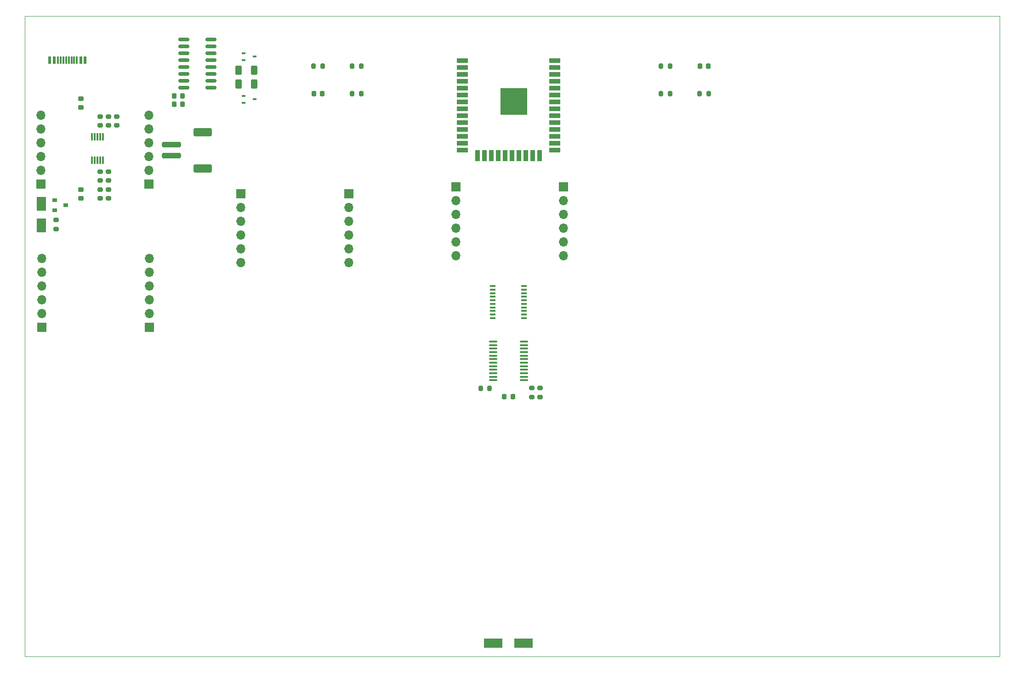
<source format=gbr>
G04 #@! TF.GenerationSoftware,KiCad,Pcbnew,(5.99.0-11749-g6427197962)*
G04 #@! TF.CreationDate,2021-09-04T15:49:30+10:00*
G04 #@! TF.ProjectId,Mainboard,4d61696e-626f-4617-9264-2e6b69636164,rev?*
G04 #@! TF.SameCoordinates,Original*
G04 #@! TF.FileFunction,Paste,Bot*
G04 #@! TF.FilePolarity,Positive*
%FSLAX46Y46*%
G04 Gerber Fmt 4.6, Leading zero omitted, Abs format (unit mm)*
G04 Created by KiCad (PCBNEW (5.99.0-11749-g6427197962)) date 2021-09-04 15:49:30*
%MOMM*%
%LPD*%
G01*
G04 APERTURE LIST*
G04 Aperture macros list*
%AMRoundRect*
0 Rectangle with rounded corners*
0 $1 Rounding radius*
0 $2 $3 $4 $5 $6 $7 $8 $9 X,Y pos of 4 corners*
0 Add a 4 corners polygon primitive as box body*
4,1,4,$2,$3,$4,$5,$6,$7,$8,$9,$2,$3,0*
0 Add four circle primitives for the rounded corners*
1,1,$1+$1,$2,$3*
1,1,$1+$1,$4,$5*
1,1,$1+$1,$6,$7*
1,1,$1+$1,$8,$9*
0 Add four rect primitives between the rounded corners*
20,1,$1+$1,$2,$3,$4,$5,0*
20,1,$1+$1,$4,$5,$6,$7,0*
20,1,$1+$1,$6,$7,$8,$9,0*
20,1,$1+$1,$8,$9,$2,$3,0*%
G04 Aperture macros list end*
G04 #@! TA.AperFunction,Profile*
%ADD10C,0.100000*%
G04 #@! TD*
%ADD11R,2.000000X0.900000*%
%ADD12R,0.900000X2.000000*%
%ADD13R,5.000000X5.000000*%
%ADD14RoundRect,0.200000X0.275000X-0.200000X0.275000X0.200000X-0.275000X0.200000X-0.275000X-0.200000X0*%
%ADD15RoundRect,0.200000X-0.275000X0.200000X-0.275000X-0.200000X0.275000X-0.200000X0.275000X0.200000X0*%
%ADD16RoundRect,0.150000X-0.825000X-0.150000X0.825000X-0.150000X0.825000X0.150000X-0.825000X0.150000X0*%
%ADD17R,1.700000X1.700000*%
%ADD18O,1.700000X1.700000*%
%ADD19R,3.400000X1.800000*%
%ADD20R,0.700000X0.450000*%
%ADD21RoundRect,0.225000X-0.250000X0.225000X-0.250000X-0.225000X0.250000X-0.225000X0.250000X0.225000X0*%
%ADD22R,1.800000X2.500000*%
%ADD23RoundRect,0.225000X-0.225000X-0.250000X0.225000X-0.250000X0.225000X0.250000X-0.225000X0.250000X0*%
%ADD24RoundRect,0.225000X0.250000X-0.225000X0.250000X0.225000X-0.250000X0.225000X-0.250000X-0.225000X0*%
%ADD25RoundRect,0.200000X0.200000X0.275000X-0.200000X0.275000X-0.200000X-0.275000X0.200000X-0.275000X0*%
%ADD26RoundRect,0.225000X0.225000X0.250000X-0.225000X0.250000X-0.225000X-0.250000X0.225000X-0.250000X0*%
%ADD27RoundRect,0.200000X-0.200000X-0.275000X0.200000X-0.275000X0.200000X0.275000X-0.200000X0.275000X0*%
%ADD28RoundRect,0.250000X-1.500000X0.250000X-1.500000X-0.250000X1.500000X-0.250000X1.500000X0.250000X0*%
%ADD29RoundRect,0.250001X-1.449999X0.499999X-1.449999X-0.499999X1.449999X-0.499999X1.449999X0.499999X0*%
%ADD30RoundRect,0.250000X-0.312500X-0.625000X0.312500X-0.625000X0.312500X0.625000X-0.312500X0.625000X0*%
%ADD31R,1.000000X0.400000*%
%ADD32RoundRect,0.100000X-0.637500X-0.100000X0.637500X-0.100000X0.637500X0.100000X-0.637500X0.100000X0*%
%ADD33R,0.900000X0.800000*%
%ADD34R,0.300000X1.400000*%
%ADD35R,0.600000X1.450000*%
%ADD36R,0.300000X1.450000*%
G04 APERTURE END LIST*
D10*
X239839000Y-159703000D02*
X60261000Y-159703000D01*
X60261000Y-159703000D02*
X60261000Y-41593000D01*
X60261000Y-41593000D02*
X239839000Y-41593000D01*
X239839000Y-41593000D02*
X239839000Y-159703000D01*
D11*
G04 #@! TO.C,U1*
X157915000Y-49764000D03*
X157915000Y-51034000D03*
X157915000Y-52304000D03*
X157915000Y-53574000D03*
X157915000Y-54844000D03*
X157915000Y-56114000D03*
X157915000Y-57384000D03*
X157915000Y-58654000D03*
X157915000Y-59924000D03*
X157915000Y-61194000D03*
X157915000Y-62464000D03*
X157915000Y-63734000D03*
X157915000Y-65004000D03*
X157915000Y-66274000D03*
D12*
X155130000Y-67274000D03*
X153860000Y-67274000D03*
X152590000Y-67274000D03*
X151320000Y-67274000D03*
X150050000Y-67274000D03*
X148780000Y-67274000D03*
X147510000Y-67274000D03*
X146240000Y-67274000D03*
X144970000Y-67274000D03*
X143700000Y-67274000D03*
D11*
X140915000Y-66274000D03*
X140915000Y-65004000D03*
X140915000Y-63734000D03*
X140915000Y-62464000D03*
X140915000Y-61194000D03*
X140915000Y-59924000D03*
X140915000Y-58654000D03*
X140915000Y-57384000D03*
X140915000Y-56114000D03*
X140915000Y-54844000D03*
X140915000Y-53574000D03*
X140915000Y-52304000D03*
X140915000Y-51034000D03*
X140915000Y-49764000D03*
D13*
X150415000Y-57264000D03*
G04 #@! TD*
D14*
G04 #@! TO.C,R26*
X74168000Y-75184000D03*
X74168000Y-73534000D03*
G04 #@! TD*
D15*
G04 #@! TO.C,R23*
X75692000Y-70232000D03*
X75692000Y-71882000D03*
G04 #@! TD*
D16*
G04 #@! TO.C,U3*
X89614250Y-54752000D03*
X89614250Y-53482000D03*
X89614250Y-52212000D03*
X89614250Y-50942000D03*
X89614250Y-49672000D03*
X89614250Y-48402000D03*
X89614250Y-47132000D03*
X89614250Y-45862000D03*
X94564250Y-45862000D03*
X94564250Y-47132000D03*
X94564250Y-48402000D03*
X94564250Y-49672000D03*
X94564250Y-50942000D03*
X94564250Y-52212000D03*
X94564250Y-53482000D03*
X94564250Y-54752000D03*
G04 #@! TD*
D17*
G04 #@! TO.C,J12*
X83121000Y-72581000D03*
D18*
X83121000Y-70041000D03*
X83121000Y-67501000D03*
X83121000Y-64961000D03*
X83121000Y-62421000D03*
X83121000Y-59881000D03*
G04 #@! TD*
D19*
G04 #@! TO.C,TP2*
X146558000Y-157226000D03*
G04 #@! TD*
D20*
G04 #@! TO.C,Q2*
X100600000Y-57546000D03*
X100600000Y-56246000D03*
X102600000Y-56896000D03*
G04 #@! TD*
D21*
G04 #@! TO.C,C9*
X70612000Y-56820000D03*
X70612000Y-58370000D03*
G04 #@! TD*
D22*
G04 #@! TO.C,D2*
X63309000Y-80169000D03*
X63309000Y-76169000D03*
G04 #@! TD*
D23*
G04 #@! TO.C,C5*
X87823250Y-56276000D03*
X89373250Y-56276000D03*
G04 #@! TD*
D15*
G04 #@! TO.C,R5*
X66040000Y-79185000D03*
X66040000Y-80835000D03*
G04 #@! TD*
D24*
G04 #@! TO.C,C10*
X70612000Y-75134000D03*
X70612000Y-73584000D03*
G04 #@! TD*
D17*
G04 #@! TO.C,J45*
X159512000Y-73050000D03*
D18*
X159512000Y-75590000D03*
X159512000Y-78130000D03*
X159512000Y-80670000D03*
X159512000Y-83210000D03*
X159512000Y-85750000D03*
G04 #@! TD*
D17*
G04 #@! TO.C,J10*
X63284000Y-72581000D03*
D18*
X63284000Y-70041000D03*
X63284000Y-67501000D03*
X63284000Y-64961000D03*
X63284000Y-62421000D03*
X63284000Y-59881000D03*
G04 #@! TD*
D20*
G04 #@! TO.C,Q3*
X100600000Y-49672000D03*
X100600000Y-48372000D03*
X102600000Y-49022000D03*
G04 #@! TD*
D25*
G04 #@! TO.C,R17*
X122233000Y-55880000D03*
X120583000Y-55880000D03*
G04 #@! TD*
D15*
G04 #@! TO.C,R20*
X74168000Y-60072000D03*
X74168000Y-61722000D03*
G04 #@! TD*
D17*
G04 #@! TO.C,J44*
X139700000Y-73050000D03*
D18*
X139700000Y-75590000D03*
X139700000Y-78130000D03*
X139700000Y-80670000D03*
X139700000Y-83210000D03*
X139700000Y-85750000D03*
G04 #@! TD*
D26*
G04 #@! TO.C,C8*
X115071000Y-55880000D03*
X113521000Y-55880000D03*
G04 #@! TD*
D23*
G04 #@! TO.C,C6*
X87810250Y-57800000D03*
X89360250Y-57800000D03*
G04 #@! TD*
D27*
G04 #@! TO.C,R16*
X177483000Y-50800000D03*
X179133000Y-50800000D03*
G04 #@! TD*
D28*
G04 #@! TO.C,J11*
X87320000Y-65294000D03*
X87320000Y-67294000D03*
D29*
X93070000Y-62944000D03*
X93070000Y-69644000D03*
G04 #@! TD*
D30*
G04 #@! TO.C,R7*
X99629500Y-51562000D03*
X102554500Y-51562000D03*
G04 #@! TD*
D17*
G04 #@! TO.C,J5*
X100114000Y-74359000D03*
D18*
X100114000Y-76899000D03*
X100114000Y-79439000D03*
X100114000Y-81979000D03*
X100114000Y-84519000D03*
X100114000Y-87059000D03*
G04 #@! TD*
D14*
G04 #@! TO.C,R24*
X75692000Y-75184000D03*
X75692000Y-73534000D03*
G04 #@! TD*
D31*
G04 #@! TO.C,U4*
X146452000Y-97222000D03*
X146452000Y-96572000D03*
X146452000Y-95922000D03*
X146452000Y-95272000D03*
X146452000Y-94622000D03*
X146452000Y-93972000D03*
X146452000Y-93322000D03*
X146452000Y-92672000D03*
X146452000Y-92022000D03*
X146452000Y-91372000D03*
X152252000Y-91372000D03*
X152252000Y-92022000D03*
X152252000Y-92672000D03*
X152252000Y-93322000D03*
X152252000Y-93972000D03*
X152252000Y-94622000D03*
X152252000Y-95272000D03*
X152252000Y-95922000D03*
X152252000Y-96572000D03*
X152252000Y-97222000D03*
G04 #@! TD*
D32*
G04 #@! TO.C,U2*
X146552500Y-108731000D03*
X146552500Y-108081000D03*
X146552500Y-107431000D03*
X146552500Y-106781000D03*
X146552500Y-106131000D03*
X146552500Y-105481000D03*
X146552500Y-104831000D03*
X146552500Y-104181000D03*
X146552500Y-103531000D03*
X146552500Y-102881000D03*
X146552500Y-102231000D03*
X146552500Y-101581000D03*
X152277500Y-101581000D03*
X152277500Y-102231000D03*
X152277500Y-102881000D03*
X152277500Y-103531000D03*
X152277500Y-104181000D03*
X152277500Y-104831000D03*
X152277500Y-105481000D03*
X152277500Y-106131000D03*
X152277500Y-106781000D03*
X152277500Y-107431000D03*
X152277500Y-108081000D03*
X152277500Y-108731000D03*
G04 #@! TD*
D27*
G04 #@! TO.C,R15*
X144272000Y-110236000D03*
X145922000Y-110236000D03*
G04 #@! TD*
D17*
G04 #@! TO.C,J13*
X63384000Y-98972000D03*
D18*
X63384000Y-96432000D03*
X63384000Y-93892000D03*
X63384000Y-91352000D03*
X63384000Y-88812000D03*
X63384000Y-86272000D03*
G04 #@! TD*
D27*
G04 #@! TO.C,R19*
X113471000Y-50800000D03*
X115121000Y-50800000D03*
G04 #@! TD*
D15*
G04 #@! TO.C,R22*
X77216000Y-60072000D03*
X77216000Y-61722000D03*
G04 #@! TD*
D23*
G04 #@! TO.C,C7*
X184645000Y-50800000D03*
X186195000Y-50800000D03*
G04 #@! TD*
D25*
G04 #@! TO.C,R18*
X186245000Y-55880000D03*
X184595000Y-55880000D03*
G04 #@! TD*
D15*
G04 #@! TO.C,R21*
X75692000Y-60072000D03*
X75692000Y-61722000D03*
G04 #@! TD*
D33*
G04 #@! TO.C,Q1*
X65802000Y-77404000D03*
X65802000Y-75504000D03*
X67802000Y-76454000D03*
G04 #@! TD*
D27*
G04 #@! TO.C,R11*
X177483000Y-55880000D03*
X179133000Y-55880000D03*
G04 #@! TD*
D19*
G04 #@! TO.C,TP1*
X152146000Y-157226000D03*
G04 #@! TD*
D34*
G04 #@! TO.C,U5*
X72660000Y-63777000D03*
X73160000Y-63777000D03*
X73660000Y-63777000D03*
X74160000Y-63777000D03*
X74660000Y-63777000D03*
X74660000Y-68177000D03*
X74160000Y-68177000D03*
X73660000Y-68177000D03*
X73160000Y-68177000D03*
X72660000Y-68177000D03*
G04 #@! TD*
D17*
G04 #@! TO.C,J6*
X119951000Y-74359000D03*
D18*
X119951000Y-76899000D03*
X119951000Y-79439000D03*
X119951000Y-81979000D03*
X119951000Y-84519000D03*
X119951000Y-87059000D03*
G04 #@! TD*
D30*
G04 #@! TO.C,R6*
X99629500Y-54102000D03*
X102554500Y-54102000D03*
G04 #@! TD*
D26*
G04 #@! TO.C,C4*
X150190000Y-111760000D03*
X148640000Y-111760000D03*
G04 #@! TD*
D35*
G04 #@! TO.C,J1*
X64885000Y-49650000D03*
X65685000Y-49650000D03*
D36*
X66885000Y-49650000D03*
X67885000Y-49650000D03*
X68385000Y-49650000D03*
X69385000Y-49650000D03*
D35*
X70585000Y-49650000D03*
X71385000Y-49650000D03*
X71385000Y-49650000D03*
X70585000Y-49650000D03*
D36*
X69885000Y-49650000D03*
X68885000Y-49650000D03*
X67385000Y-49650000D03*
X66385000Y-49650000D03*
D35*
X65685000Y-49650000D03*
X64885000Y-49650000D03*
G04 #@! TD*
D15*
G04 #@! TO.C,R25*
X74168000Y-70232000D03*
X74168000Y-71882000D03*
G04 #@! TD*
G04 #@! TO.C,R12*
X155194000Y-110173000D03*
X155194000Y-111823000D03*
G04 #@! TD*
D17*
G04 #@! TO.C,J14*
X83221000Y-98972000D03*
D18*
X83221000Y-96432000D03*
X83221000Y-93892000D03*
X83221000Y-91352000D03*
X83221000Y-88812000D03*
X83221000Y-86272000D03*
G04 #@! TD*
D25*
G04 #@! TO.C,R13*
X122233000Y-50800000D03*
X120583000Y-50800000D03*
G04 #@! TD*
D15*
G04 #@! TO.C,R14*
X153670000Y-110173000D03*
X153670000Y-111823000D03*
G04 #@! TD*
M02*

</source>
